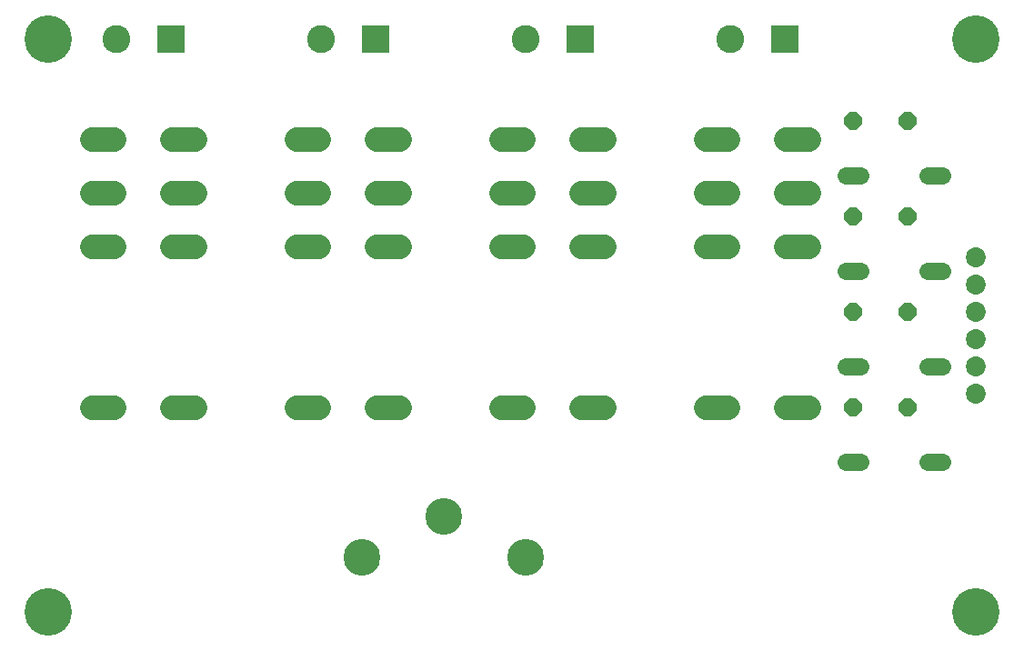
<source format=gts>
G75*
G70*
%OFA0B0*%
%FSLAX24Y24*%
%IPPOS*%
%LPD*%
%AMOC8*
5,1,8,0,0,1.08239X$1,22.5*
%
%ADD10C,0.0907*%
%ADD11C,0.0634*%
%ADD12OC8,0.0634*%
%ADD13C,0.1346*%
%ADD14C,0.0730*%
%ADD15R,0.1025X0.1025*%
%ADD16C,0.1025*%
%ADD17C,0.1740*%
D10*
X003767Y009180D02*
X004593Y009180D01*
X006717Y009180D02*
X007543Y009180D01*
X011267Y009180D02*
X012093Y009180D01*
X014217Y009180D02*
X015043Y009180D01*
X018767Y009180D02*
X019593Y009180D01*
X021717Y009180D02*
X022543Y009180D01*
X026267Y009180D02*
X027093Y009180D01*
X029217Y009180D02*
X030043Y009180D01*
X030043Y015090D02*
X029217Y015090D01*
X027093Y015090D02*
X026267Y015090D01*
X026267Y017050D02*
X027093Y017050D01*
X029217Y017050D02*
X030043Y017050D01*
X030043Y019020D02*
X029217Y019020D01*
X027093Y019020D02*
X026267Y019020D01*
X022543Y019020D02*
X021717Y019020D01*
X019593Y019020D02*
X018767Y019020D01*
X018767Y017050D02*
X019593Y017050D01*
X021717Y017050D02*
X022543Y017050D01*
X022543Y015090D02*
X021717Y015090D01*
X019593Y015090D02*
X018767Y015090D01*
X015043Y015090D02*
X014217Y015090D01*
X012093Y015090D02*
X011267Y015090D01*
X011267Y017050D02*
X012093Y017050D01*
X014217Y017050D02*
X015043Y017050D01*
X015043Y019020D02*
X014217Y019020D01*
X012093Y019020D02*
X011267Y019020D01*
X007543Y019020D02*
X006717Y019020D01*
X004593Y019020D02*
X003767Y019020D01*
X003767Y017050D02*
X004593Y017050D01*
X006717Y017050D02*
X007543Y017050D01*
X007543Y015090D02*
X006717Y015090D01*
X004593Y015090D02*
X003767Y015090D01*
D11*
X031403Y014180D02*
X031957Y014180D01*
X034403Y014180D02*
X034957Y014180D01*
X034957Y017680D02*
X034403Y017680D01*
X031957Y017680D02*
X031403Y017680D01*
X031403Y010680D02*
X031957Y010680D01*
X034403Y010680D02*
X034957Y010680D01*
X034957Y007180D02*
X034403Y007180D01*
X031957Y007180D02*
X031403Y007180D01*
D12*
X031680Y009180D03*
X033680Y009180D03*
X033680Y012680D03*
X031680Y012680D03*
X031680Y016180D03*
X033680Y016180D03*
X033680Y019680D03*
X031680Y019680D03*
D13*
X016680Y005180D03*
X013680Y003680D03*
X019680Y003680D03*
D14*
X036180Y009680D03*
X036180Y010680D03*
X036180Y011680D03*
X036180Y012680D03*
X036180Y013680D03*
X036180Y014680D03*
D15*
X029180Y022680D03*
X021680Y022680D03*
X014180Y022680D03*
X006680Y022680D03*
D16*
X004680Y022680D03*
X012180Y022680D03*
X019680Y022680D03*
X027180Y022680D03*
D17*
X002180Y001680D03*
X002180Y022680D03*
X036180Y022680D03*
X036180Y001680D03*
M02*

</source>
